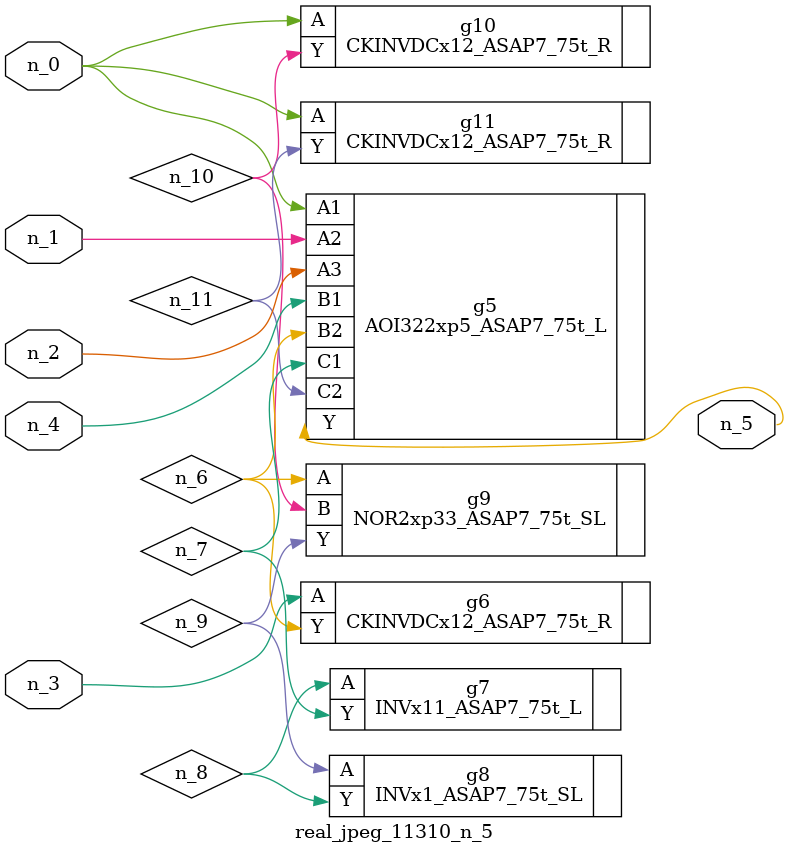
<source format=v>
module real_jpeg_11310_n_5 (n_4, n_0, n_1, n_2, n_3, n_5);

input n_4;
input n_0;
input n_1;
input n_2;
input n_3;

output n_5;

wire n_8;
wire n_11;
wire n_6;
wire n_7;
wire n_10;
wire n_9;

AOI322xp5_ASAP7_75t_L g5 ( 
.A1(n_0),
.A2(n_1),
.A3(n_2),
.B1(n_4),
.B2(n_6),
.C1(n_7),
.C2(n_11),
.Y(n_5)
);

CKINVDCx12_ASAP7_75t_R g10 ( 
.A(n_0),
.Y(n_10)
);

CKINVDCx12_ASAP7_75t_R g11 ( 
.A(n_0),
.Y(n_11)
);

CKINVDCx12_ASAP7_75t_R g6 ( 
.A(n_3),
.Y(n_6)
);

NOR2xp33_ASAP7_75t_SL g9 ( 
.A(n_6),
.B(n_10),
.Y(n_9)
);

INVx11_ASAP7_75t_L g7 ( 
.A(n_8),
.Y(n_7)
);

INVx1_ASAP7_75t_SL g8 ( 
.A(n_9),
.Y(n_8)
);


endmodule
</source>
